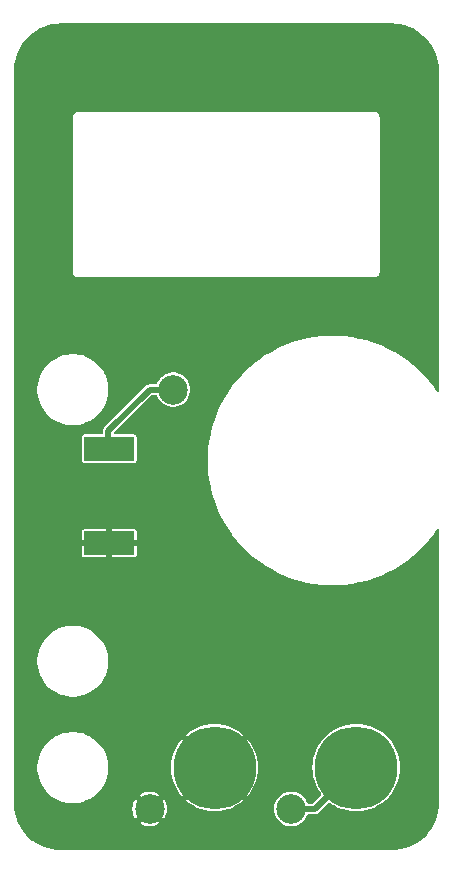
<source format=gbl>
%TF.GenerationSoftware,KiCad,Pcbnew,8.99.0-2433-g53022ab347*%
%TF.CreationDate,2024-10-12T16:27:44+02:00*%
%TF.ProjectId,dmm_sao_front,646d6d5f-7361-46f5-9f66-726f6e742e6b,1.0*%
%TF.SameCoordinates,PX4dbaf29PY3d7cb27*%
%TF.FileFunction,Copper,L2,Bot*%
%TF.FilePolarity,Positive*%
%FSLAX46Y46*%
G04 Gerber Fmt 4.6, Leading zero omitted, Abs format (unit mm)*
G04 Created by KiCad (PCBNEW 8.99.0-2433-g53022ab347) date 2024-10-12 16:27:44*
%MOMM*%
%LPD*%
G01*
G04 APERTURE LIST*
%TA.AperFunction,ComponentPad*%
%ADD10C,7.000000*%
%TD*%
%TA.AperFunction,SMDPad,CuDef*%
%ADD11C,2.500000*%
%TD*%
%TA.AperFunction,SMDPad,CuDef*%
%ADD12R,4.200000X2.000000*%
%TD*%
%TA.AperFunction,Conductor*%
%ADD13C,0.500000*%
%TD*%
G04 APERTURE END LIST*
D10*
%TO.P,REF\u002A\u002A,1*%
%TO.N,GND*%
X17493911Y-63526105D03*
%TD*%
%TO.P,REF\u002A\u002A,1*%
%TO.N,MEASURE*%
X29493911Y-63526105D03*
%TD*%
D11*
%TO.P,REF\u002A\u002A,1*%
%TO.N,BUZZER*%
X13993911Y-31526105D03*
%TD*%
D12*
%TO.P,REF\u002A\u002A,1*%
%TO.N,BUZZER*%
X8593911Y-36526105D03*
%TO.P,REF\u002A\u002A,2*%
%TO.N,GND*%
X8593911Y-44526105D03*
%TD*%
D11*
%TO.P,REF\u002A\u002A,1*%
%TO.N,GND*%
X11993911Y-67026105D03*
%TD*%
%TO.P,REF\u002A\u002A,1*%
%TO.N,MEASURE*%
X23993911Y-67026105D03*
%TD*%
D13*
%TO.N,BUZZER*%
X13993911Y-31526105D02*
X11993911Y-31526105D01*
X11993911Y-31526105D02*
X8493911Y-35026105D01*
X8493911Y-35026105D02*
X8493911Y-36526105D01*
%TO.N,MEASURE*%
X29493911Y-63526105D02*
X25993911Y-67026105D01*
X25993911Y-67026105D02*
X23993911Y-67026105D01*
%TD*%
%TA.AperFunction,Conductor*%
%TO.N,GND*%
G36*
X32496203Y-526710D02*
G01*
X32858363Y-543454D01*
X32867458Y-544296D01*
X33224300Y-594074D01*
X33233269Y-595751D01*
X33583966Y-678234D01*
X33592761Y-680736D01*
X33934353Y-795226D01*
X33942880Y-798529D01*
X34272468Y-944056D01*
X34280625Y-948117D01*
X34595404Y-1123449D01*
X34603125Y-1128230D01*
X34900381Y-1331854D01*
X34907668Y-1337358D01*
X35184831Y-1567511D01*
X35191589Y-1573671D01*
X35446344Y-1828426D01*
X35452504Y-1835184D01*
X35682657Y-2112347D01*
X35688163Y-2119638D01*
X35891781Y-2416884D01*
X35896569Y-2424617D01*
X36071893Y-2739382D01*
X36075962Y-2747553D01*
X36221486Y-3077135D01*
X36224789Y-3085662D01*
X36339279Y-3427254D01*
X36341781Y-3436049D01*
X36424262Y-3786736D01*
X36425943Y-3795725D01*
X36475718Y-4152552D01*
X36476561Y-4161657D01*
X36493305Y-4523812D01*
X36493411Y-4528384D01*
X36493411Y-31654589D01*
X36474504Y-31712780D01*
X36425004Y-31748744D01*
X36363818Y-31748744D01*
X36314318Y-31712780D01*
X36312561Y-31710281D01*
X36046699Y-31319547D01*
X36046692Y-31319538D01*
X35655285Y-30813169D01*
X35378667Y-30496897D01*
X35233931Y-30331412D01*
X34784187Y-29876046D01*
X34784176Y-29876036D01*
X34784170Y-29876030D01*
X34307704Y-29448745D01*
X34307701Y-29448742D01*
X33806221Y-29051067D01*
X33281587Y-28684480D01*
X32735722Y-28350325D01*
X32511353Y-28231013D01*
X32170622Y-28049823D01*
X31588394Y-27784096D01*
X31588363Y-27784083D01*
X30991120Y-27554090D01*
X30381027Y-27360669D01*
X30381022Y-27360668D01*
X29760341Y-27204533D01*
X29131329Y-27086258D01*
X28496330Y-27006281D01*
X27857661Y-26964892D01*
X27857637Y-26964891D01*
X27217651Y-26962242D01*
X27217648Y-26962242D01*
X27217636Y-26962242D01*
X27217628Y-26962242D01*
X27217600Y-26962243D01*
X26578649Y-26998340D01*
X26578637Y-26998341D01*
X25942989Y-27073058D01*
X25313047Y-27186117D01*
X25313041Y-27186118D01*
X25313032Y-27186120D01*
X25036212Y-27253321D01*
X24691061Y-27337112D01*
X24691059Y-27337113D01*
X24079406Y-27525471D01*
X23480258Y-27750516D01*
X23480250Y-27750520D01*
X23012714Y-27959242D01*
X22895807Y-28011433D01*
X22328264Y-28307232D01*
X21779655Y-28636852D01*
X21779655Y-28636853D01*
X21252000Y-28999083D01*
X20747247Y-29392591D01*
X20747241Y-29392596D01*
X20538504Y-29576692D01*
X20267225Y-29815947D01*
X20267222Y-29815950D01*
X19813740Y-30267556D01*
X19813719Y-30267579D01*
X19388419Y-30745802D01*
X19388405Y-30745818D01*
X18992817Y-31248929D01*
X18992802Y-31248949D01*
X18628399Y-31775084D01*
X18296505Y-32322331D01*
X18296490Y-32322357D01*
X17998360Y-32888643D01*
X17735027Y-33472004D01*
X17735024Y-33472012D01*
X17507506Y-34070205D01*
X17507497Y-34070229D01*
X17316608Y-34681103D01*
X17163045Y-35302428D01*
X17047378Y-35931901D01*
X17047372Y-35931940D01*
X16970029Y-36567225D01*
X16970025Y-36567267D01*
X16931282Y-37206089D01*
X16931282Y-37846120D01*
X16970025Y-38484942D01*
X16970029Y-38484984D01*
X17047372Y-39120269D01*
X17047378Y-39120308D01*
X17163045Y-39749781D01*
X17316608Y-40371106D01*
X17507497Y-40981980D01*
X17507506Y-40982004D01*
X17735024Y-41580197D01*
X17735027Y-41580205D01*
X17900182Y-41946074D01*
X17968775Y-42098028D01*
X17998360Y-42163566D01*
X18296490Y-42729852D01*
X18296504Y-42729876D01*
X18296506Y-42729880D01*
X18436067Y-42959997D01*
X18628399Y-43277125D01*
X18943905Y-43732661D01*
X18992810Y-43803271D01*
X19388406Y-44306393D01*
X19581608Y-44523636D01*
X19813719Y-44784630D01*
X19813740Y-44784653D01*
X20248026Y-45217142D01*
X20267233Y-45236270D01*
X20747241Y-45659614D01*
X21251996Y-46053123D01*
X21779649Y-46415353D01*
X21779655Y-46415356D01*
X21779655Y-46415357D01*
X21857571Y-46462171D01*
X22328261Y-46744976D01*
X22590430Y-46881616D01*
X22895807Y-47040776D01*
X22895811Y-47040778D01*
X22895823Y-47040784D01*
X23480250Y-47301690D01*
X24079401Y-47526737D01*
X24505465Y-47657942D01*
X24691059Y-47715096D01*
X24691061Y-47715097D01*
X24691070Y-47715099D01*
X24691076Y-47715101D01*
X25313032Y-47866090D01*
X25942989Y-47979151D01*
X26578634Y-48053868D01*
X26578643Y-48053868D01*
X26578649Y-48053869D01*
X27217600Y-48089966D01*
X27217636Y-48089968D01*
X27857652Y-48087318D01*
X28496334Y-48045928D01*
X29131339Y-47965950D01*
X29760337Y-47847677D01*
X30381022Y-47691542D01*
X30991117Y-47498120D01*
X30991120Y-47498119D01*
X31588363Y-47268126D01*
X31588371Y-47268122D01*
X31588383Y-47268118D01*
X31986749Y-47086305D01*
X32170622Y-47002386D01*
X32197463Y-46988113D01*
X32735722Y-46701885D01*
X33281587Y-46367730D01*
X33806221Y-46001143D01*
X34307701Y-45603468D01*
X34784187Y-45176164D01*
X35233931Y-44720798D01*
X35655284Y-44239042D01*
X36046700Y-43732661D01*
X36312562Y-43341926D01*
X36360928Y-43304454D01*
X36422084Y-43302566D01*
X36472670Y-43336986D01*
X36493364Y-43394566D01*
X36493411Y-43397620D01*
X36493411Y-66523825D01*
X36493305Y-66528397D01*
X36476561Y-66890552D01*
X36475718Y-66899657D01*
X36425943Y-67256484D01*
X36424262Y-67265473D01*
X36341781Y-67616160D01*
X36339279Y-67624955D01*
X36224789Y-67966547D01*
X36221486Y-67975074D01*
X36075962Y-68304656D01*
X36071888Y-68312836D01*
X35896575Y-68627582D01*
X35891775Y-68635334D01*
X35758965Y-68829212D01*
X35688168Y-68932565D01*
X35682657Y-68939862D01*
X35452504Y-69217025D01*
X35446344Y-69223783D01*
X35191589Y-69478538D01*
X35184831Y-69484698D01*
X34907668Y-69714851D01*
X34900371Y-69720362D01*
X34603140Y-69923969D01*
X34595388Y-69928769D01*
X34280642Y-70104082D01*
X34272462Y-70108156D01*
X33942880Y-70253680D01*
X33934353Y-70256983D01*
X33592761Y-70371473D01*
X33583966Y-70373975D01*
X33233279Y-70456456D01*
X33224290Y-70458137D01*
X32867463Y-70507912D01*
X32858358Y-70508755D01*
X32496204Y-70525499D01*
X32491632Y-70525605D01*
X4496190Y-70525605D01*
X4491618Y-70525499D01*
X4129463Y-70508755D01*
X4120358Y-70507912D01*
X3763531Y-70458137D01*
X3754542Y-70456456D01*
X3403855Y-70373975D01*
X3395060Y-70371473D01*
X3053468Y-70256983D01*
X3044941Y-70253680D01*
X2715359Y-70108156D01*
X2707188Y-70104087D01*
X2392423Y-69928763D01*
X2384690Y-69923975D01*
X2087444Y-69720357D01*
X2080153Y-69714851D01*
X1802990Y-69484698D01*
X1796232Y-69478538D01*
X1541477Y-69223783D01*
X1535317Y-69217025D01*
X1305164Y-68939862D01*
X1299660Y-68932575D01*
X1096036Y-68635319D01*
X1091255Y-68627598D01*
X915923Y-68312819D01*
X911859Y-68304656D01*
X872556Y-68215642D01*
X871869Y-68214085D01*
X11159484Y-68214085D01*
X11198114Y-68244153D01*
X11198118Y-68244156D01*
X11409453Y-68358525D01*
X11636740Y-68436552D01*
X11873761Y-68476105D01*
X12114061Y-68476105D01*
X12351081Y-68436552D01*
X12578368Y-68358525D01*
X12789699Y-68244158D01*
X12828336Y-68214085D01*
X11993910Y-67379659D01*
X11159484Y-68214085D01*
X871869Y-68214085D01*
X766335Y-67975074D01*
X763032Y-67966547D01*
X648542Y-67624955D01*
X646040Y-67616160D01*
X607522Y-67452391D01*
X563557Y-67265463D01*
X561880Y-67256498D01*
X529741Y-67026105D01*
X10538942Y-67026105D01*
X10558785Y-67265583D01*
X10617776Y-67498533D01*
X10714303Y-67718593D01*
X10714306Y-67718598D01*
X10806598Y-67859861D01*
X11640355Y-67026104D01*
X12347465Y-67026104D01*
X13181222Y-67859861D01*
X13273515Y-67718598D01*
X13273518Y-67718593D01*
X13370045Y-67498533D01*
X13429036Y-67265583D01*
X13448879Y-67026105D01*
X13429036Y-66786626D01*
X13370045Y-66553676D01*
X13273518Y-66333618D01*
X13271364Y-66330320D01*
X13271363Y-66330317D01*
X13181222Y-66192347D01*
X12347465Y-67026104D01*
X11640355Y-67026104D01*
X10806599Y-66192348D01*
X10714303Y-66333618D01*
X10617776Y-66553676D01*
X10558785Y-66786626D01*
X10538942Y-67026105D01*
X529741Y-67026105D01*
X512102Y-66899652D01*
X511260Y-66890552D01*
X506455Y-66786626D01*
X494517Y-66528397D01*
X494411Y-66523825D01*
X494411Y-63357599D01*
X2493411Y-63357599D01*
X2493411Y-63694613D01*
X2531143Y-64029500D01*
X2606136Y-64358064D01*
X2717441Y-64676154D01*
X2717442Y-64676156D01*
X2717443Y-64676158D01*
X2863666Y-64979792D01*
X3042966Y-65265146D01*
X3253088Y-65528630D01*
X3491389Y-65766931D01*
X3491393Y-65766934D01*
X3491399Y-65766940D01*
X3754866Y-65977047D01*
X3754870Y-65977049D01*
X3754873Y-65977052D01*
X3916661Y-66078710D01*
X4040228Y-66156353D01*
X4296749Y-66279886D01*
X4343861Y-66302574D01*
X4432580Y-66333618D01*
X4661955Y-66413880D01*
X4661958Y-66413880D01*
X4661959Y-66413881D01*
X4990518Y-66488872D01*
X5325408Y-66526605D01*
X5325409Y-66526605D01*
X5662416Y-66526605D01*
X5662417Y-66526605D01*
X5997306Y-66488872D01*
X6325866Y-66413880D01*
X6643963Y-66302573D01*
X6947597Y-66156351D01*
X7232951Y-65977051D01*
X7407161Y-65838123D01*
X11159484Y-65838123D01*
X11993910Y-66672550D01*
X12828336Y-65838123D01*
X12789707Y-65808056D01*
X12789703Y-65808053D01*
X12578368Y-65693684D01*
X12351081Y-65615657D01*
X12114061Y-65576105D01*
X11873761Y-65576105D01*
X11636740Y-65615657D01*
X11409453Y-65693684D01*
X11198117Y-65808054D01*
X11198114Y-65808056D01*
X11159484Y-65838123D01*
X7407161Y-65838123D01*
X7496435Y-65766929D01*
X7734736Y-65528628D01*
X7944858Y-65265144D01*
X8124157Y-64979790D01*
X8270380Y-64676156D01*
X8381687Y-64358059D01*
X8456678Y-64029499D01*
X8494411Y-63694609D01*
X8494411Y-63526105D01*
X8494411Y-63526098D01*
X13788833Y-63526098D01*
X13788833Y-63526111D01*
X13809128Y-63913379D01*
X13809130Y-63913400D01*
X13869796Y-64296429D01*
X13869797Y-64296431D01*
X13970171Y-64671034D01*
X13970173Y-64671041D01*
X14109152Y-65033093D01*
X14285216Y-65378639D01*
X14285222Y-65378650D01*
X14496438Y-65703891D01*
X14705006Y-65961454D01*
X15949650Y-64716809D01*
X16024678Y-64814588D01*
X16205428Y-64995338D01*
X16303203Y-65070364D01*
X15058560Y-66315008D01*
X15316124Y-66523577D01*
X15641365Y-66734793D01*
X15641376Y-66734799D01*
X15986922Y-66910863D01*
X16348974Y-67049842D01*
X16348981Y-67049844D01*
X16723584Y-67150218D01*
X16723586Y-67150219D01*
X17106615Y-67210885D01*
X17106636Y-67210887D01*
X17493905Y-67231183D01*
X17493917Y-67231183D01*
X17881185Y-67210887D01*
X17881206Y-67210885D01*
X18264235Y-67150219D01*
X18264237Y-67150218D01*
X18638840Y-67049844D01*
X18700682Y-67026105D01*
X22538440Y-67026105D01*
X22558290Y-67265666D01*
X22558290Y-67265667D01*
X22617299Y-67498690D01*
X22617301Y-67498696D01*
X22633593Y-67535837D01*
X22713861Y-67718832D01*
X22713864Y-67718837D01*
X22845336Y-67920069D01*
X22845338Y-67920071D01*
X22845340Y-67920074D01*
X23008147Y-68096930D01*
X23197844Y-68244577D01*
X23409255Y-68358987D01*
X23636614Y-68437039D01*
X23873719Y-68476605D01*
X24114103Y-68476605D01*
X24351208Y-68437039D01*
X24578567Y-68358987D01*
X24789978Y-68244577D01*
X24979675Y-68096930D01*
X25142482Y-67920074D01*
X25273960Y-67718833D01*
X25354229Y-67535835D01*
X25394919Y-67490143D01*
X25444891Y-67476605D01*
X26053220Y-67476605D01*
X26143580Y-67452392D01*
X26143583Y-67452392D01*
X26156814Y-67448846D01*
X26167798Y-67445904D01*
X26270525Y-67386594D01*
X27151851Y-66505266D01*
X27206366Y-66477491D01*
X27266798Y-66487062D01*
X27284155Y-66498334D01*
X27315827Y-66523981D01*
X27315835Y-66523987D01*
X27523769Y-66659020D01*
X27641122Y-66735230D01*
X27641126Y-66735232D01*
X27986719Y-66911320D01*
X28255470Y-67014483D01*
X28348824Y-67050319D01*
X28723478Y-67150707D01*
X28723480Y-67150707D01*
X28723482Y-67150708D01*
X29024827Y-67198435D01*
X29106573Y-67211383D01*
X29106586Y-67211383D01*
X29106589Y-67211384D01*
X29493905Y-67231683D01*
X29493911Y-67231683D01*
X29493917Y-67231683D01*
X29881232Y-67211384D01*
X29881233Y-67211383D01*
X29881249Y-67211383D01*
X30093232Y-67177808D01*
X30264339Y-67150708D01*
X30264339Y-67150707D01*
X30264344Y-67150707D01*
X30638998Y-67050319D01*
X31001105Y-66911319D01*
X31346700Y-66735230D01*
X31671995Y-66523981D01*
X31973427Y-66279886D01*
X32247692Y-66005621D01*
X32491787Y-65704189D01*
X32703036Y-65378894D01*
X32879125Y-65033299D01*
X33018125Y-64671192D01*
X33118513Y-64296538D01*
X33179189Y-63913443D01*
X33179192Y-63913379D01*
X33199489Y-63526111D01*
X33199489Y-63526098D01*
X33179190Y-63138783D01*
X33179189Y-63138780D01*
X33179189Y-63138767D01*
X33118513Y-62755672D01*
X33018125Y-62381018D01*
X32899665Y-62072419D01*
X32879126Y-62018913D01*
X32742505Y-61750779D01*
X32703036Y-61673316D01*
X32703034Y-61673314D01*
X32703032Y-61673309D01*
X32605804Y-61523592D01*
X32491787Y-61348021D01*
X32247692Y-61046589D01*
X31973427Y-60772324D01*
X31671995Y-60528229D01*
X31529229Y-60435516D01*
X31346706Y-60316983D01*
X31346695Y-60316977D01*
X31001102Y-60140889D01*
X30639002Y-60001892D01*
X30638995Y-60001890D01*
X30264341Y-59901502D01*
X30264339Y-59901501D01*
X29881260Y-59840828D01*
X29881232Y-59840825D01*
X29493917Y-59820527D01*
X29493905Y-59820527D01*
X29106589Y-59840825D01*
X29106561Y-59840828D01*
X28723482Y-59901501D01*
X28723480Y-59901502D01*
X28348826Y-60001890D01*
X28348819Y-60001892D01*
X27986719Y-60140889D01*
X27641126Y-60316977D01*
X27641115Y-60316983D01*
X27315824Y-60528231D01*
X27014399Y-60772320D01*
X26740126Y-61046593D01*
X26496037Y-61348018D01*
X26284789Y-61673309D01*
X26284783Y-61673320D01*
X26108695Y-62018913D01*
X25969698Y-62381013D01*
X25969696Y-62381020D01*
X25869308Y-62755674D01*
X25869307Y-62755676D01*
X25808634Y-63138755D01*
X25808631Y-63138783D01*
X25788333Y-63526098D01*
X25788333Y-63526111D01*
X25808631Y-63913426D01*
X25808634Y-63913454D01*
X25869307Y-64296533D01*
X25869308Y-64296535D01*
X25969696Y-64671189D01*
X25969698Y-64671196D01*
X26108695Y-65033296D01*
X26284783Y-65378889D01*
X26284790Y-65378900D01*
X26496028Y-65704180D01*
X26496034Y-65704188D01*
X26521680Y-65735859D01*
X26543606Y-65792981D01*
X26527770Y-65852081D01*
X26514746Y-65868164D01*
X25836304Y-66546608D01*
X25781787Y-66574386D01*
X25766300Y-66575605D01*
X25444891Y-66575605D01*
X25386700Y-66556698D01*
X25354229Y-66516373D01*
X25346316Y-66498334D01*
X25273960Y-66333377D01*
X25261959Y-66315008D01*
X25142485Y-66132140D01*
X25142483Y-66132138D01*
X25142482Y-66132136D01*
X24979675Y-65955280D01*
X24829152Y-65838123D01*
X24789981Y-65807635D01*
X24789978Y-65807633D01*
X24578570Y-65693224D01*
X24561707Y-65687435D01*
X24351208Y-65615171D01*
X24351205Y-65615170D01*
X24351204Y-65615170D01*
X24114103Y-65575605D01*
X23873719Y-65575605D01*
X23636617Y-65615170D01*
X23409251Y-65693224D01*
X23197843Y-65807633D01*
X23197840Y-65807635D01*
X23008150Y-65955277D01*
X23008147Y-65955279D01*
X23008147Y-65955280D01*
X22988105Y-65977052D01*
X22845336Y-66132140D01*
X22713864Y-66333372D01*
X22713861Y-66333377D01*
X22617299Y-66553519D01*
X22558290Y-66786542D01*
X22558290Y-66786543D01*
X22538440Y-67026105D01*
X18700682Y-67026105D01*
X18952121Y-66929587D01*
X18952125Y-66929585D01*
X19000907Y-66910859D01*
X19346445Y-66734799D01*
X19346456Y-66734793D01*
X19671694Y-66523580D01*
X19671704Y-66523573D01*
X19929260Y-66315008D01*
X18684617Y-65070365D01*
X18782394Y-64995338D01*
X18963144Y-64814588D01*
X19038171Y-64716811D01*
X20282814Y-65961454D01*
X20491379Y-65703898D01*
X20491386Y-65703888D01*
X20702599Y-65378650D01*
X20702605Y-65378639D01*
X20878669Y-65033093D01*
X21017648Y-64671041D01*
X21017650Y-64671034D01*
X21118024Y-64296431D01*
X21118025Y-64296429D01*
X21178691Y-63913400D01*
X21178693Y-63913379D01*
X21198989Y-63526111D01*
X21198989Y-63526098D01*
X21178693Y-63138830D01*
X21178691Y-63138809D01*
X21118025Y-62755780D01*
X21118024Y-62755778D01*
X21017650Y-62381175D01*
X21017648Y-62381168D01*
X20878669Y-62019116D01*
X20702605Y-61673570D01*
X20702599Y-61673559D01*
X20491383Y-61348318D01*
X20282814Y-61090754D01*
X19038170Y-62335397D01*
X18963144Y-62237622D01*
X18782394Y-62056872D01*
X18684615Y-61981844D01*
X19929260Y-60737200D01*
X19671697Y-60528632D01*
X19346456Y-60317416D01*
X19346445Y-60317410D01*
X19000899Y-60141346D01*
X18638847Y-60002367D01*
X18638840Y-60002365D01*
X18264237Y-59901991D01*
X18264235Y-59901990D01*
X17881206Y-59841324D01*
X17881185Y-59841322D01*
X17493917Y-59821027D01*
X17493905Y-59821027D01*
X17106636Y-59841322D01*
X17106615Y-59841324D01*
X16723586Y-59901990D01*
X16723584Y-59901991D01*
X16348981Y-60002365D01*
X16348974Y-60002367D01*
X15986922Y-60141346D01*
X15641376Y-60317410D01*
X15641365Y-60317416D01*
X15316119Y-60528635D01*
X15058560Y-60737200D01*
X16303204Y-61981844D01*
X16205428Y-62056872D01*
X16024678Y-62237622D01*
X15949650Y-62335398D01*
X14705006Y-61090754D01*
X14496441Y-61348313D01*
X14285222Y-61673559D01*
X14285216Y-61673570D01*
X14109152Y-62019116D01*
X13970173Y-62381168D01*
X13970171Y-62381175D01*
X13869797Y-62755778D01*
X13869796Y-62755780D01*
X13809130Y-63138809D01*
X13809128Y-63138830D01*
X13788833Y-63526098D01*
X8494411Y-63526098D01*
X8494411Y-63460213D01*
X8494411Y-63357601D01*
X8456678Y-63022711D01*
X8381687Y-62694151D01*
X8270380Y-62376054D01*
X8124157Y-62072419D01*
X7944857Y-61787066D01*
X7944854Y-61787062D01*
X7944852Y-61787059D01*
X7734745Y-61523592D01*
X7734739Y-61523586D01*
X7734736Y-61523582D01*
X7496434Y-61285280D01*
X7496429Y-61285276D01*
X7496423Y-61285270D01*
X7232956Y-61075163D01*
X7232953Y-61075161D01*
X6947594Y-60895857D01*
X6947582Y-60895851D01*
X6884002Y-60865233D01*
X6643962Y-60749636D01*
X6643960Y-60749635D01*
X6325868Y-60638329D01*
X5997303Y-60563337D01*
X5662416Y-60525605D01*
X5662415Y-60525605D01*
X5325407Y-60525605D01*
X5325405Y-60525605D01*
X4990518Y-60563337D01*
X4661953Y-60638329D01*
X4343861Y-60749635D01*
X4343859Y-60749636D01*
X4040239Y-60895851D01*
X4040227Y-60895857D01*
X3754868Y-61075161D01*
X3754865Y-61075163D01*
X3491398Y-61285270D01*
X3253076Y-61523592D01*
X3042969Y-61787059D01*
X3042967Y-61787062D01*
X2863663Y-62072421D01*
X2863657Y-62072433D01*
X2717442Y-62376053D01*
X2717441Y-62376055D01*
X2606135Y-62694147D01*
X2531143Y-63022712D01*
X2493411Y-63357599D01*
X494411Y-63357599D01*
X494411Y-54485104D01*
X2493410Y-54485104D01*
X2493410Y-54694613D01*
X2531142Y-55029500D01*
X2606135Y-55358064D01*
X2717441Y-55676156D01*
X2717442Y-55676158D01*
X2863657Y-55979778D01*
X2863663Y-55979790D01*
X2863664Y-55979791D01*
X2863665Y-55979793D01*
X3042965Y-56265146D01*
X3253087Y-56528630D01*
X3253090Y-56528633D01*
X3491383Y-56766928D01*
X3491386Y-56766930D01*
X3491388Y-56766932D01*
X3754873Y-56977053D01*
X4040224Y-57156352D01*
X4040228Y-57156354D01*
X4040240Y-57156360D01*
X4305906Y-57284297D01*
X4343861Y-57302575D01*
X4492352Y-57354534D01*
X4661954Y-57413881D01*
X4661957Y-57413881D01*
X4661958Y-57413882D01*
X4990518Y-57488873D01*
X5325408Y-57526606D01*
X5325409Y-57526606D01*
X5662416Y-57526606D01*
X5662417Y-57526606D01*
X5997307Y-57488873D01*
X6325866Y-57413881D01*
X6643963Y-57302574D01*
X6947598Y-57156351D01*
X7232951Y-56977052D01*
X7496436Y-56766930D01*
X7734737Y-56528629D01*
X7944858Y-56265144D01*
X8124158Y-55979791D01*
X8270381Y-55676156D01*
X8381688Y-55358059D01*
X8456679Y-55029499D01*
X8494412Y-54694609D01*
X8494412Y-54526105D01*
X8494412Y-54460213D01*
X8494412Y-54357601D01*
X8456679Y-54022711D01*
X8381688Y-53694151D01*
X8270381Y-53376054D01*
X8124158Y-53072419D01*
X7944858Y-52787066D01*
X7944855Y-52787062D01*
X7944853Y-52787059D01*
X7734746Y-52523592D01*
X7734740Y-52523586D01*
X7734737Y-52523582D01*
X7496435Y-52285280D01*
X7496430Y-52285276D01*
X7496424Y-52285270D01*
X7232957Y-52075163D01*
X7232954Y-52075161D01*
X6947595Y-51895857D01*
X6947583Y-51895851D01*
X6643963Y-51749636D01*
X6643961Y-51749635D01*
X6325869Y-51638329D01*
X5997304Y-51563337D01*
X5662417Y-51525605D01*
X5662416Y-51525605D01*
X5325408Y-51525605D01*
X5325406Y-51525605D01*
X4990519Y-51563337D01*
X4661954Y-51638329D01*
X4343862Y-51749635D01*
X4343860Y-51749636D01*
X4040240Y-51895851D01*
X4040228Y-51895857D01*
X3754869Y-52075161D01*
X3754866Y-52075163D01*
X3491399Y-52285270D01*
X3253077Y-52523592D01*
X3042970Y-52787059D01*
X3042968Y-52787062D01*
X2863664Y-53072421D01*
X2863658Y-53072433D01*
X2717443Y-53376053D01*
X2717442Y-53376055D01*
X2606136Y-53694147D01*
X2531144Y-54022712D01*
X2493412Y-54357599D01*
X2493412Y-54485098D01*
X2493410Y-54485104D01*
X494411Y-54485104D01*
X494411Y-44776106D01*
X6293911Y-44776106D01*
X6293911Y-45545805D01*
X6305514Y-45604141D01*
X6349717Y-45670294D01*
X6349721Y-45670298D01*
X6415874Y-45714501D01*
X6474210Y-45726104D01*
X6474214Y-45726105D01*
X8343910Y-45726105D01*
X8343911Y-45726104D01*
X8343911Y-44776106D01*
X8843911Y-44776106D01*
X8843911Y-45726104D01*
X8843912Y-45726105D01*
X10713608Y-45726105D01*
X10713611Y-45726104D01*
X10771947Y-45714501D01*
X10838100Y-45670298D01*
X10838104Y-45670294D01*
X10882307Y-45604141D01*
X10893910Y-45545805D01*
X10893911Y-45545802D01*
X10893911Y-44776106D01*
X10893910Y-44776105D01*
X8843912Y-44776105D01*
X8843911Y-44776106D01*
X8343911Y-44776106D01*
X8343910Y-44776105D01*
X6293912Y-44776105D01*
X6293911Y-44776106D01*
X494411Y-44776106D01*
X494411Y-43506404D01*
X6293911Y-43506404D01*
X6293911Y-44276104D01*
X6293912Y-44276105D01*
X8343910Y-44276105D01*
X8343911Y-44276104D01*
X8343911Y-43326106D01*
X8843911Y-43326106D01*
X8843911Y-44276104D01*
X8843912Y-44276105D01*
X10893910Y-44276105D01*
X10893911Y-44276104D01*
X10893911Y-43506407D01*
X10893910Y-43506404D01*
X10882307Y-43448068D01*
X10838104Y-43381915D01*
X10838100Y-43381911D01*
X10771947Y-43337708D01*
X10713611Y-43326105D01*
X8843912Y-43326105D01*
X8843911Y-43326106D01*
X8343911Y-43326106D01*
X8343910Y-43326105D01*
X6474210Y-43326105D01*
X6415874Y-43337708D01*
X6349721Y-43381911D01*
X6349717Y-43381915D01*
X6305514Y-43448068D01*
X6293911Y-43506404D01*
X494411Y-43506404D01*
X494411Y-35506358D01*
X6293411Y-35506358D01*
X6293411Y-37545851D01*
X6293412Y-37545863D01*
X6305043Y-37604332D01*
X6305044Y-37604336D01*
X6349359Y-37670657D01*
X6415680Y-37714972D01*
X6460142Y-37723816D01*
X6474152Y-37726603D01*
X6474157Y-37726603D01*
X6474163Y-37726605D01*
X6474164Y-37726605D01*
X10713658Y-37726605D01*
X10713659Y-37726605D01*
X10772142Y-37714972D01*
X10838463Y-37670657D01*
X10882778Y-37604336D01*
X10894411Y-37545853D01*
X10894411Y-35506357D01*
X10882778Y-35447874D01*
X10838463Y-35381553D01*
X10838459Y-35381550D01*
X10772144Y-35337239D01*
X10772142Y-35337238D01*
X10772139Y-35337237D01*
X10772138Y-35337237D01*
X10713669Y-35325606D01*
X10713659Y-35325605D01*
X10713658Y-35325605D01*
X9070522Y-35325605D01*
X9012331Y-35306698D01*
X8976367Y-35257198D01*
X8976367Y-35196012D01*
X9000518Y-35156601D01*
X12151518Y-32005601D01*
X12206035Y-31977824D01*
X12221522Y-31976605D01*
X12542931Y-31976605D01*
X12601122Y-31995512D01*
X12633592Y-32035835D01*
X12658227Y-32091997D01*
X12713861Y-32218832D01*
X12713864Y-32218837D01*
X12845336Y-32420069D01*
X12845338Y-32420071D01*
X12845340Y-32420074D01*
X13008147Y-32596930D01*
X13197844Y-32744577D01*
X13409255Y-32858987D01*
X13636614Y-32937039D01*
X13873719Y-32976605D01*
X14114103Y-32976605D01*
X14351208Y-32937039D01*
X14578567Y-32858987D01*
X14789978Y-32744577D01*
X14979675Y-32596930D01*
X15142482Y-32420074D01*
X15273960Y-32218833D01*
X15370521Y-31998696D01*
X15429531Y-31765668D01*
X15449382Y-31526105D01*
X15429531Y-31286542D01*
X15370521Y-31053514D01*
X15273960Y-30833377D01*
X15273957Y-30833372D01*
X15142485Y-30632140D01*
X15142483Y-30632138D01*
X15142482Y-30632136D01*
X14979675Y-30455280D01*
X14877887Y-30376055D01*
X14789981Y-30307635D01*
X14789978Y-30307633D01*
X14578570Y-30193224D01*
X14561707Y-30187435D01*
X14351208Y-30115171D01*
X14351205Y-30115170D01*
X14351204Y-30115170D01*
X14114103Y-30075605D01*
X13873719Y-30075605D01*
X13636617Y-30115170D01*
X13409251Y-30193224D01*
X13197843Y-30307633D01*
X13197840Y-30307635D01*
X13008150Y-30455277D01*
X13008147Y-30455279D01*
X13008147Y-30455280D01*
X12969836Y-30496897D01*
X12845336Y-30632140D01*
X12713864Y-30833372D01*
X12713861Y-30833377D01*
X12633593Y-31016373D01*
X12592903Y-31062067D01*
X12542931Y-31075605D01*
X11934602Y-31075605D01*
X11864478Y-31094394D01*
X11820020Y-31106307D01*
X11786595Y-31125605D01*
X11786596Y-31125606D01*
X11717298Y-31165615D01*
X8133418Y-34749495D01*
X8074111Y-34852217D01*
X8074111Y-34852218D01*
X8074112Y-34852219D01*
X8043411Y-34966797D01*
X8043411Y-35226605D01*
X8024504Y-35284796D01*
X7975004Y-35320760D01*
X7944411Y-35325605D01*
X6474163Y-35325605D01*
X6474162Y-35325605D01*
X6474152Y-35325606D01*
X6415683Y-35337237D01*
X6415677Y-35337239D01*
X6349362Y-35381550D01*
X6349356Y-35381556D01*
X6305045Y-35447871D01*
X6305043Y-35447877D01*
X6293412Y-35506346D01*
X6293411Y-35506358D01*
X494411Y-35506358D01*
X494411Y-31357599D01*
X2493411Y-31357599D01*
X2493411Y-31694613D01*
X2531143Y-32029500D01*
X2606136Y-32358064D01*
X2717441Y-32676154D01*
X2776019Y-32797793D01*
X2863666Y-32979792D01*
X3042966Y-33265146D01*
X3253088Y-33528630D01*
X3491389Y-33766931D01*
X3491393Y-33766934D01*
X3491399Y-33766940D01*
X3754866Y-33977047D01*
X3754870Y-33977049D01*
X3754873Y-33977052D01*
X3903125Y-34070205D01*
X4040228Y-34156353D01*
X4323707Y-34292868D01*
X4343861Y-34302574D01*
X4492353Y-34354533D01*
X4661955Y-34413880D01*
X4661958Y-34413880D01*
X4661959Y-34413881D01*
X4990518Y-34488872D01*
X5325408Y-34526605D01*
X5325409Y-34526605D01*
X5662416Y-34526605D01*
X5662417Y-34526605D01*
X5997306Y-34488872D01*
X6325866Y-34413880D01*
X6643963Y-34302573D01*
X6947597Y-34156351D01*
X7232951Y-33977051D01*
X7496435Y-33766929D01*
X7734736Y-33528628D01*
X7944858Y-33265144D01*
X8124157Y-32979790D01*
X8270380Y-32676156D01*
X8381687Y-32358059D01*
X8456678Y-32029499D01*
X8494411Y-31694609D01*
X8494411Y-31526105D01*
X8494411Y-31460213D01*
X8494411Y-31357601D01*
X8456678Y-31022711D01*
X8381687Y-30694151D01*
X8359988Y-30632140D01*
X8270380Y-30376055D01*
X8270380Y-30376054D01*
X8137228Y-30099561D01*
X8124164Y-30072433D01*
X8124158Y-30072421D01*
X8119368Y-30064798D01*
X7944857Y-29787066D01*
X7944854Y-29787062D01*
X7944852Y-29787059D01*
X7734745Y-29523592D01*
X7734739Y-29523586D01*
X7734736Y-29523582D01*
X7496434Y-29285280D01*
X7496429Y-29285276D01*
X7496423Y-29285270D01*
X7232956Y-29075163D01*
X7232953Y-29075161D01*
X6947594Y-28895857D01*
X6947582Y-28895851D01*
X6643962Y-28749636D01*
X6643960Y-28749635D01*
X6325868Y-28638329D01*
X5997303Y-28563337D01*
X5662416Y-28525605D01*
X5662415Y-28525605D01*
X5325407Y-28525605D01*
X5325405Y-28525605D01*
X4990518Y-28563337D01*
X4661953Y-28638329D01*
X4343861Y-28749635D01*
X4343859Y-28749636D01*
X4040239Y-28895851D01*
X4040227Y-28895857D01*
X3754868Y-29075161D01*
X3754865Y-29075163D01*
X3491398Y-29285270D01*
X3253076Y-29523592D01*
X3042969Y-29787059D01*
X3042967Y-29787062D01*
X2863663Y-30072421D01*
X2863657Y-30072433D01*
X2717442Y-30376053D01*
X2717441Y-30376055D01*
X2606135Y-30694147D01*
X2531143Y-31022712D01*
X2493411Y-31357599D01*
X494411Y-31357599D01*
X494411Y-8460213D01*
X5493411Y-8460213D01*
X5493411Y-21460213D01*
X5493411Y-21591997D01*
X5523490Y-21704256D01*
X5527520Y-21719295D01*
X5593407Y-21833414D01*
X5593409Y-21833416D01*
X5593411Y-21833419D01*
X5686597Y-21926605D01*
X5686599Y-21926606D01*
X5686601Y-21926608D01*
X5800721Y-21992495D01*
X5800719Y-21992495D01*
X5800723Y-21992496D01*
X5800725Y-21992497D01*
X5928019Y-22026605D01*
X5928021Y-22026605D01*
X31059801Y-22026605D01*
X31059803Y-22026605D01*
X31187097Y-21992497D01*
X31187099Y-21992495D01*
X31187101Y-21992495D01*
X31301220Y-21926608D01*
X31301220Y-21926607D01*
X31301225Y-21926605D01*
X31394411Y-21833419D01*
X31460303Y-21719291D01*
X31494411Y-21591997D01*
X31494411Y-8460213D01*
X31460303Y-8332919D01*
X31460301Y-8332916D01*
X31460301Y-8332914D01*
X31394414Y-8218795D01*
X31394412Y-8218793D01*
X31394411Y-8218791D01*
X31301225Y-8125605D01*
X31301222Y-8125603D01*
X31301220Y-8125601D01*
X31187100Y-8059714D01*
X31187102Y-8059714D01*
X31137710Y-8046480D01*
X31059803Y-8025605D01*
X18559803Y-8025605D01*
X6059803Y-8025605D01*
X5928019Y-8025605D01*
X5850111Y-8046480D01*
X5800720Y-8059714D01*
X5686601Y-8125601D01*
X5593407Y-8218795D01*
X5527520Y-8332914D01*
X5527519Y-8332919D01*
X5493411Y-8460213D01*
X494411Y-8460213D01*
X494411Y-4528384D01*
X494517Y-4523812D01*
X511260Y-4161657D01*
X512103Y-4152552D01*
X546349Y-3907051D01*
X561880Y-3795711D01*
X563556Y-3786750D01*
X646041Y-3436043D01*
X648542Y-3427254D01*
X763034Y-3085654D01*
X766335Y-3077135D01*
X911866Y-2747538D01*
X915918Y-2739399D01*
X1091261Y-2424601D01*
X1096029Y-2416900D01*
X1299667Y-2119624D01*
X1305155Y-2112357D01*
X1535326Y-1835173D01*
X1541466Y-1828437D01*
X1796243Y-1573660D01*
X1802979Y-1567520D01*
X2080163Y-1337349D01*
X2087430Y-1331861D01*
X2384706Y-1128223D01*
X2392407Y-1123455D01*
X2707205Y-948112D01*
X2715344Y-944060D01*
X3044948Y-798526D01*
X3053460Y-795228D01*
X3395065Y-680734D01*
X3403849Y-678235D01*
X3754556Y-595750D01*
X3763517Y-594074D01*
X4120365Y-544296D01*
X4129456Y-543454D01*
X4491618Y-526710D01*
X4496190Y-526605D01*
X4559803Y-526605D01*
X32428019Y-526605D01*
X32491632Y-526605D01*
X32496203Y-526710D01*
G37*
%TD.AperFunction*%
%TD*%
M02*

</source>
